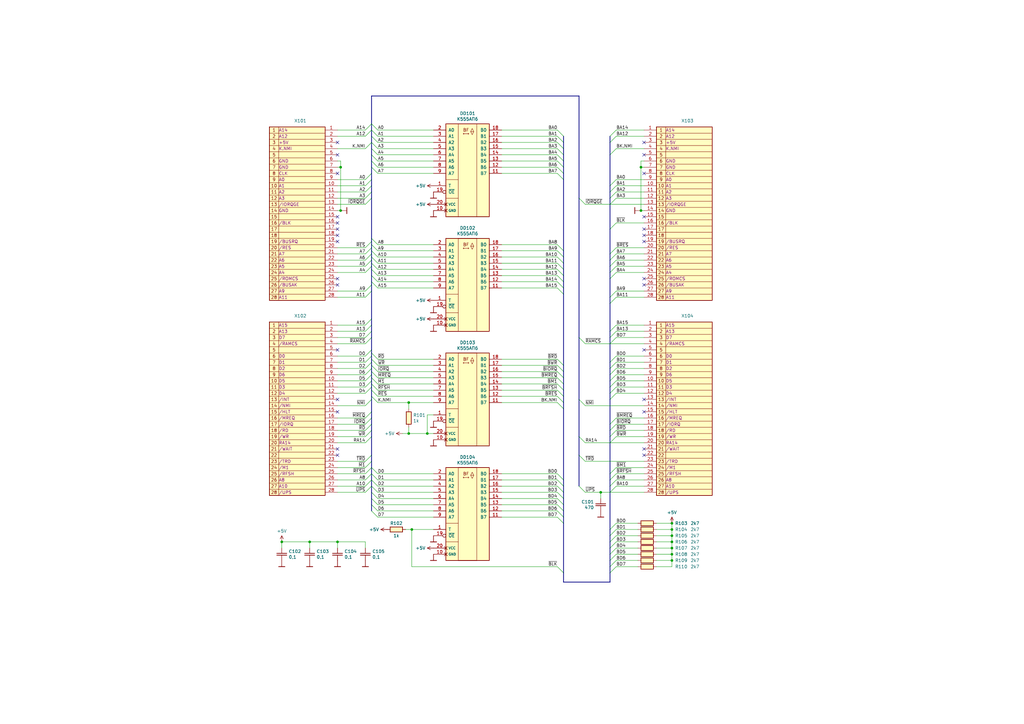
<source format=kicad_sch>
(kicad_sch (version 20230121) (generator eeschema)
  (paper "A3")
  (title_block (title "Quorum Disk Drive Buffer") (date "2020-01-22") (comment 1 "Quorum Disk Drive Buffer"))
  (junction (at 139.7 68.58))
  (junction (at 139.7 86.36))
  (junction (at 138.43 222.25))
  (junction (at 115.57 222.25))
  (junction (at 167.64 177.8))
  (junction (at 168.91 217.17))
  (junction (at 275.59 222.25))
  (junction (at 175.26 177.8))
  (junction (at 275.59 217.17))
  (junction (at 167.64 165.1))
  (junction (at 275.59 224.79))
  (junction (at 246.38 201.93))
  (junction (at 275.59 214.63))
  (junction (at 275.59 227.33))
  (junction (at 275.59 229.87))
  (junction (at 275.59 219.71))
  (junction (at 262.89 86.36))
  (junction (at 262.89 68.58))
  (junction (at 127 222.25))
  (no_connect (at 138.43 58.42))
  (no_connect (at 138.43 96.52))
  (no_connect (at 264.16 71.12))
  (no_connect (at 264.16 99.06))
  (no_connect (at 138.43 71.12))
  (no_connect (at 264.16 114.3))
  (no_connect (at 264.16 186.69))
  (no_connect (at 264.16 58.42))
  (no_connect (at 138.43 63.5))
  (no_connect (at 138.43 91.44))
  (no_connect (at 264.16 168.91))
  (no_connect (at 264.16 96.52))
  (no_connect (at 138.43 168.91))
  (no_connect (at 264.16 63.5))
  (no_connect (at 264.16 88.9))
  (no_connect (at 138.43 99.06))
  (no_connect (at 138.43 88.9))
  (no_connect (at 138.43 163.83))
  (no_connect (at 138.43 186.69))
  (no_connect (at 264.16 184.15))
  (no_connect (at 138.43 114.3))
  (no_connect (at 264.16 93.98))
  (no_connect (at 138.43 143.51))
  (no_connect (at 264.16 116.84))
  (no_connect (at 138.43 93.98))
  (no_connect (at 264.16 143.51))
  (no_connect (at 138.43 184.15))
  (no_connect (at 264.16 163.83))
  (no_connect (at 138.43 116.84))
  (bus_entry (at 252.73 76.2) (size -2.54 2.54))
  (bus_entry (at 252.73 91.44) (size -2.54 2.54))
  (bus_entry (at 237.49 179.07) (size 2.54 2.54))
  (bus_entry (at 152.4 143.51) (size -2.54 2.54))
  (bus_entry (at 228.6 207.01) (size 2.54 2.54))
  (bus_entry (at 152.4 135.89) (size -2.54 2.54))
  (bus_entry (at 228.6 118.11) (size 2.54 2.54))
  (bus_entry (at 152.4 173.99) (size -2.54 2.54))
  (bus_entry (at 152.4 55.88) (size 2.54 2.54))
  (bus_entry (at 152.4 148.59) (size -2.54 2.54))
  (bus_entry (at 237.49 138.43) (size 2.54 2.54))
  (bus_entry (at 252.73 191.77) (size -2.54 2.54))
  (bus_entry (at 252.73 78.74) (size -2.54 2.54))
  (bus_entry (at 228.6 154.94) (size 2.54 2.54))
  (bus_entry (at 152.4 104.14) (size -2.54 2.54))
  (bus_entry (at 228.6 212.09) (size 2.54 2.54))
  (bus_entry (at 152.4 119.38) (size -2.54 2.54))
  (bus_entry (at 152.4 106.68) (size -2.54 2.54))
  (bus_entry (at 228.6 68.58) (size 2.54 2.54))
  (bus_entry (at 152.4 63.5) (size 2.54 2.54))
  (bus_entry (at 252.73 148.59) (size -2.54 2.54))
  (bus_entry (at 152.4 107.95) (size 2.54 2.54))
  (bus_entry (at 152.4 58.42) (size 2.54 2.54))
  (bus_entry (at 228.6 66.04) (size 2.54 2.54))
  (bus_entry (at 252.73 119.38) (size -2.54 2.54))
  (bus_entry (at 228.6 162.56) (size 2.54 2.54))
  (bus_entry (at 252.73 151.13) (size -2.54 2.54))
  (bus_entry (at 228.6 110.49) (size 2.54 2.54))
  (bus_entry (at 152.4 71.12) (size -2.54 2.54))
  (bus_entry (at 228.6 204.47) (size 2.54 2.54))
  (bus_entry (at 152.4 115.57) (size 2.54 2.54))
  (bus_entry (at 252.73 111.76) (size -2.54 2.54))
  (bus_entry (at 152.4 194.31) (size 2.54 2.54))
  (bus_entry (at 228.6 157.48) (size 2.54 2.54))
  (bus_entry (at 252.73 194.31) (size -2.54 2.54))
  (bus_entry (at 237.49 81.28) (size 2.54 2.54))
  (bus_entry (at 152.4 102.87) (size 2.54 2.54))
  (bus_entry (at 228.6 71.12) (size 2.54 2.54))
  (bus_entry (at 152.4 152.4) (size 2.54 2.54))
  (bus_entry (at 228.6 55.88) (size 2.54 2.54))
  (bus_entry (at 152.4 207.01) (size 2.54 2.54))
  (bus_entry (at 252.73 171.45) (size -2.54 2.54))
  (bus_entry (at 152.4 60.96) (size 2.54 2.54))
  (bus_entry (at 252.73 199.39) (size -2.54 2.54))
  (bus_entry (at 152.4 68.58) (size 2.54 2.54))
  (bus_entry (at 152.4 110.49) (size 2.54 2.54))
  (bus_entry (at 152.4 146.05) (size -2.54 2.54))
  (bus_entry (at 152.4 116.84) (size -2.54 2.54))
  (bus_entry (at 152.4 151.13) (size -2.54 2.54))
  (bus_entry (at 228.6 105.41) (size 2.54 2.54))
  (bus_entry (at 152.4 78.74) (size -2.54 2.54))
  (bus_entry (at 152.4 58.42) (size -2.54 2.54))
  (bus_entry (at 252.73 232.41) (size -2.54 2.54))
  (bus_entry (at 228.6 147.32) (size 2.54 2.54))
  (bus_entry (at 252.73 81.28) (size -2.54 2.54))
  (bus_entry (at 252.73 121.92) (size -2.54 2.54))
  (bus_entry (at 152.4 189.23) (size -2.54 2.54))
  (bus_entry (at 152.4 144.78) (size 2.54 2.54))
  (bus_entry (at 252.73 109.22) (size -2.54 2.54))
  (bus_entry (at 252.73 224.79) (size -2.54 2.54))
  (bus_entry (at 152.4 138.43) (size -2.54 2.54))
  (bus_entry (at 252.73 227.33) (size -2.54 2.54))
  (bus_entry (at 252.73 173.99) (size -2.54 2.54))
  (bus_entry (at 228.6 107.95) (size 2.54 2.54))
  (bus_entry (at 152.4 100.33) (size 2.54 2.54))
  (bus_entry (at 228.6 115.57) (size 2.54 2.54))
  (bus_entry (at 252.73 138.43) (size -2.54 2.54))
  (bus_entry (at 152.4 154.94) (size 2.54 2.54))
  (bus_entry (at 152.4 158.75) (size -2.54 2.54))
  (bus_entry (at 152.4 168.91) (size -2.54 2.54))
  (bus_entry (at 152.4 171.45) (size -2.54 2.54))
  (bus_entry (at 228.6 100.33) (size 2.54 2.54))
  (bus_entry (at 228.6 160.02) (size 2.54 2.54))
  (bus_entry (at 152.4 194.31) (size -2.54 2.54))
  (bus_entry (at 252.73 196.85) (size -2.54 2.54))
  (bus_entry (at 228.6 149.86) (size 2.54 2.54))
  (bus_entry (at 252.73 179.07) (size -2.54 2.54))
  (bus_entry (at 228.6 194.31) (size 2.54 2.54))
  (bus_entry (at 152.4 76.2) (size -2.54 2.54))
  (bus_entry (at 152.4 149.86) (size 2.54 2.54))
  (bus_entry (at 152.4 113.03) (size 2.54 2.54))
  (bus_entry (at 152.4 53.34) (size 2.54 2.54))
  (bus_entry (at 152.4 105.41) (size 2.54 2.54))
  (bus_entry (at 152.4 160.02) (size 2.54 2.54))
  (bus_entry (at 252.73 146.05) (size -2.54 2.54))
  (bus_entry (at 252.73 176.53) (size -2.54 2.54))
  (bus_entry (at 252.73 158.75) (size -2.54 2.54))
  (bus_entry (at 252.73 55.88) (size -2.54 2.54))
  (bus_entry (at 152.4 157.48) (size 2.54 2.54))
  (bus_entry (at 252.73 53.34) (size -2.54 2.54))
  (bus_entry (at 252.73 104.14) (size -2.54 2.54))
  (bus_entry (at 228.6 60.96) (size 2.54 2.54))
  (bus_entry (at 152.4 209.55) (size 2.54 2.54))
  (bus_entry (at 237.49 199.39) (size 2.54 2.54))
  (bus_entry (at 252.73 73.66) (size -2.54 2.54))
  (bus_entry (at 228.6 199.39) (size 2.54 2.54))
  (bus_entry (at 152.4 50.8) (size -2.54 2.54))
  (bus_entry (at 252.73 229.87) (size -2.54 2.54))
  (bus_entry (at 237.49 186.69) (size 2.54 2.54))
  (bus_entry (at 228.6 201.93) (size 2.54 2.54))
  (bus_entry (at 252.73 222.25) (size -2.54 2.54))
  (bus_entry (at 252.73 217.17) (size -2.54 2.54))
  (bus_entry (at 152.4 53.34) (size -2.54 2.54))
  (bus_entry (at 228.6 209.55) (size 2.54 2.54))
  (bus_entry (at 152.4 130.81) (size -2.54 2.54))
  (bus_entry (at 252.73 219.71) (size -2.54 2.54))
  (bus_entry (at 252.73 214.63) (size -2.54 2.54))
  (bus_entry (at 152.4 196.85) (size -2.54 2.54))
  (bus_entry (at 152.4 176.53) (size -2.54 2.54))
  (bus_entry (at 152.4 81.28) (size -2.54 2.54))
  (bus_entry (at 152.4 66.04) (size 2.54 2.54))
  (bus_entry (at 252.73 106.68) (size -2.54 2.54))
  (bus_entry (at 152.4 97.79) (size 2.54 2.54))
  (bus_entry (at 152.4 99.06) (size -2.54 2.54))
  (bus_entry (at 152.4 163.83) (size -2.54 2.54))
  (bus_entry (at 152.4 204.47) (size 2.54 2.54))
  (bus_entry (at 152.4 191.77) (size -2.54 2.54))
  (bus_entry (at 152.4 133.35) (size -2.54 2.54))
  (bus_entry (at 152.4 179.07) (size -2.54 2.54))
  (bus_entry (at 228.6 232.41) (size 2.54 2.54))
  (bus_entry (at 237.49 163.83) (size 2.54 2.54))
  (bus_entry (at 252.73 135.89) (size -2.54 2.54))
  (bus_entry (at 152.4 73.66) (size -2.54 2.54))
  (bus_entry (at 252.73 60.96) (size -2.54 2.54))
  (bus_entry (at 152.4 162.56) (size 2.54 2.54))
  (bus_entry (at 152.4 109.22) (size -2.54 2.54))
  (bus_entry (at 152.4 153.67) (size -2.54 2.54))
  (bus_entry (at 152.4 199.39) (size 2.54 2.54))
  (bus_entry (at 228.6 196.85) (size 2.54 2.54))
  (bus_entry (at 252.73 133.35) (size -2.54 2.54))
  (bus_entry (at 228.6 58.42) (size 2.54 2.54))
  (bus_entry (at 252.73 156.21) (size -2.54 2.54))
  (bus_entry (at 228.6 53.34) (size 2.54 2.54))
  (bus_entry (at 252.73 161.29) (size -2.54 2.54))
  (bus_entry (at 228.6 165.1) (size 2.54 2.54))
  (bus_entry (at 152.4 156.21) (size -2.54 2.54))
  (bus_entry (at 228.6 152.4) (size 2.54 2.54))
  (bus_entry (at 152.4 201.93) (size 2.54 2.54))
  (bus_entry (at 152.4 186.69) (size -2.54 2.54))
  (bus_entry (at 228.6 113.03) (size 2.54 2.54))
  (bus_entry (at 252.73 153.67) (size -2.54 2.54))
  (bus_entry (at 228.6 102.87) (size 2.54 2.54))
  (bus_entry (at 228.6 63.5) (size 2.54 2.54))
  (bus_entry (at 152.4 147.32) (size 2.54 2.54))
  (bus_entry (at 152.4 199.39) (size -2.54 2.54))
  (bus_entry (at 252.73 101.6) (size -2.54 2.54))
  (bus_entry (at 152.4 191.77) (size 2.54 2.54))
  (bus_entry (at 152.4 196.85) (size 2.54 2.54))
  (bus_entry (at 152.4 50.8) (size 2.54 2.54))
  (bus_entry (at 152.4 101.6) (size -2.54 2.54))
  (bus (pts (xy 152.4 152.4) (xy 152.4 153.67)))
  (wire (pts (xy 205.74 100.33) (xy 228.6 100.33)))
  (bus (pts (xy 152.4 162.56) (xy 152.4 163.83)))
  (bus (pts (xy 152.4 160.02) (xy 152.4 162.56)))
  (bus (pts (xy 250.19 224.79) (xy 250.19 227.33)))
  (wire (pts (xy 149.86 78.74) (xy 138.43 78.74)))
  (wire (pts (xy 139.7 68.58) (xy 139.7 86.36)))
  (wire (pts (xy 252.73 138.43) (xy 264.16 138.43)))
  (wire (pts (xy 167.64 165.1) (xy 177.8 165.1)))
  (bus (pts (xy 231.14 55.88) (xy 231.14 58.42)))
  (bus (pts (xy 250.19 232.41) (xy 250.19 234.95)))
  (wire (pts (xy 205.74 149.86) (xy 228.6 149.86)))
  (wire (pts (xy 205.74 58.42) (xy 228.6 58.42)))
  (wire (pts (xy 138.43 66.04) (xy 139.7 66.04)))
  (bus (pts (xy 152.4 135.89) (xy 152.4 138.43)))
  (bus (pts (xy 250.19 173.99) (xy 250.19 176.53)))
  (wire (pts (xy 205.74 55.88) (xy 228.6 55.88)))
  (wire (pts (xy 154.94 209.55) (xy 177.8 209.55)))
  (bus (pts (xy 152.4 204.47) (xy 152.4 207.01)))
  (wire (pts (xy 205.74 115.57) (xy 228.6 115.57)))
  (bus (pts (xy 231.14 68.58) (xy 231.14 71.12)))
  (bus (pts (xy 152.4 158.75) (xy 152.4 160.02)))
  (wire (pts (xy 262.89 68.58) (xy 262.89 86.36)))
  (bus (pts (xy 152.4 133.35) (xy 152.4 135.89)))
  (bus (pts (xy 231.14 154.94) (xy 231.14 157.48)))
  (bus (pts (xy 152.4 116.84) (xy 152.4 119.38)))
  (bus (pts (xy 231.14 204.47) (xy 231.14 207.01)))
  (wire (pts (xy 205.74 107.95) (xy 228.6 107.95)))
  (bus (pts (xy 237.49 179.07) (xy 237.49 186.69)))
  (bus (pts (xy 152.4 196.85) (xy 152.4 199.39)))
  (bus (pts (xy 250.19 194.31) (xy 250.19 196.85)))
  (wire (pts (xy 275.59 227.33) (xy 269.24 227.33)))
  (bus (pts (xy 152.4 60.96) (xy 152.4 63.5)))
  (bus (pts (xy 250.19 227.33) (xy 250.19 229.87)))
  (wire (pts (xy 261.62 227.33) (xy 252.73 227.33)))
  (wire (pts (xy 252.73 119.38) (xy 264.16 119.38)))
  (bus (pts (xy 152.4 148.59) (xy 152.4 149.86)))
  (wire (pts (xy 149.86 173.99) (xy 138.43 173.99)))
  (wire (pts (xy 252.73 151.13) (xy 264.16 151.13)))
  (bus (pts (xy 250.19 78.74) (xy 250.19 81.28)))
  (wire (pts (xy 149.86 119.38) (xy 138.43 119.38)))
  (wire (pts (xy 149.86 104.14) (xy 138.43 104.14)))
  (bus (pts (xy 250.19 93.98) (xy 250.19 104.14)))
  (wire (pts (xy 154.94 147.32) (xy 177.8 147.32)))
  (wire (pts (xy 252.73 171.45) (xy 264.16 171.45)))
  (wire (pts (xy 205.74 207.01) (xy 228.6 207.01)))
  (bus (pts (xy 231.14 66.04) (xy 231.14 68.58)))
  (bus (pts (xy 152.4 163.83) (xy 152.4 168.91)))
  (wire (pts (xy 149.86 161.29) (xy 138.43 161.29)))
  (wire (pts (xy 167.64 167.64) (xy 167.64 165.1)))
  (wire (pts (xy 149.86 140.97) (xy 138.43 140.97)))
  (bus (pts (xy 250.19 161.29) (xy 250.19 163.83)))
  (bus (pts (xy 231.14 113.03) (xy 231.14 115.57)))
  (wire (pts (xy 167.64 175.26) (xy 167.64 177.8)))
  (wire (pts (xy 154.94 165.1) (xy 167.64 165.1)))
  (wire (pts (xy 154.94 107.95) (xy 177.8 107.95)))
  (wire (pts (xy 115.57 222.25) (xy 127 222.25)))
  (bus (pts (xy 152.4 68.58) (xy 152.4 71.12)))
  (bus (pts (xy 250.19 138.43) (xy 250.19 140.97)))
  (wire (pts (xy 149.86 194.31) (xy 138.43 194.31)))
  (wire (pts (xy 154.94 118.11) (xy 177.8 118.11)))
  (bus (pts (xy 250.19 176.53) (xy 250.19 179.07)))
  (wire (pts (xy 252.73 199.39) (xy 264.16 199.39)))
  (wire (pts (xy 262.89 68.58) (xy 264.16 68.58)))
  (wire (pts (xy 205.74 71.12) (xy 228.6 71.12)))
  (wire (pts (xy 205.74 196.85) (xy 228.6 196.85)))
  (wire (pts (xy 205.74 68.58) (xy 228.6 68.58)))
  (bus (pts (xy 237.49 39.37) (xy 237.49 81.28)))
  (wire (pts (xy 252.73 111.76) (xy 264.16 111.76)))
  (wire (pts (xy 275.59 229.87) (xy 275.59 227.33)))
  (bus (pts (xy 250.19 83.82) (xy 250.19 93.98)))
  (wire (pts (xy 252.73 148.59) (xy 264.16 148.59)))
  (wire (pts (xy 175.26 170.18) (xy 175.26 177.8)))
  (wire (pts (xy 252.73 53.34) (xy 264.16 53.34)))
  (wire (pts (xy 149.86 111.76) (xy 138.43 111.76)))
  (wire (pts (xy 149.86 224.79) (xy 149.86 222.25)))
  (wire (pts (xy 149.86 158.75) (xy 138.43 158.75)))
  (wire (pts (xy 138.43 222.25) (xy 149.86 222.25)))
  (wire (pts (xy 154.94 157.48) (xy 177.8 157.48)))
  (wire (pts (xy 149.86 73.66) (xy 138.43 73.66)))
  (wire (pts (xy 149.86 151.13) (xy 138.43 151.13)))
  (wire (pts (xy 252.73 179.07) (xy 264.16 179.07)))
  (wire (pts (xy 149.86 156.21) (xy 138.43 156.21)))
  (bus (pts (xy 231.14 196.85) (xy 231.14 199.39)))
  (wire (pts (xy 205.74 165.1) (xy 228.6 165.1)))
  (bus (pts (xy 250.19 222.25) (xy 250.19 224.79)))
  (wire (pts (xy 205.74 199.39) (xy 228.6 199.39)))
  (bus (pts (xy 231.14 71.12) (xy 231.14 73.66)))
  (bus (pts (xy 231.14 149.86) (xy 231.14 152.4)))
  (bus (pts (xy 250.19 181.61) (xy 250.19 194.31)))
  (wire (pts (xy 154.94 60.96) (xy 177.8 60.96)))
  (bus (pts (xy 250.19 121.92) (xy 250.19 124.46)))
  (wire (pts (xy 149.86 176.53) (xy 138.43 176.53)))
  (wire (pts (xy 205.74 53.34) (xy 228.6 53.34)))
  (wire (pts (xy 252.73 176.53) (xy 264.16 176.53)))
  (wire (pts (xy 154.94 199.39) (xy 177.8 199.39)))
  (bus (pts (xy 231.14 160.02) (xy 231.14 162.56)))
  (wire (pts (xy 127 222.25) (xy 138.43 222.25)))
  (wire (pts (xy 154.94 53.34) (xy 177.8 53.34)))
  (wire (pts (xy 154.94 71.12) (xy 177.8 71.12)))
  (bus (pts (xy 231.14 118.11) (xy 231.14 120.65)))
  (bus (pts (xy 231.14 209.55) (xy 231.14 212.09)))
  (wire (pts (xy 275.59 224.79) (xy 269.24 224.79)))
  (wire (pts (xy 168.91 232.41) (xy 228.6 232.41)))
  (bus (pts (xy 231.14 234.95) (xy 231.14 238.76)))
  (wire (pts (xy 252.73 81.28) (xy 264.16 81.28)))
  (wire (pts (xy 149.86 179.07) (xy 138.43 179.07)))
  (bus (pts (xy 152.4 207.01) (xy 152.4 209.55)))
  (wire (pts (xy 205.74 60.96) (xy 228.6 60.96)))
  (wire (pts (xy 154.94 152.4) (xy 177.8 152.4)))
  (wire (pts (xy 275.59 229.87) (xy 269.24 229.87)))
  (bus (pts (xy 152.4 107.95) (xy 152.4 109.22)))
  (wire (pts (xy 154.94 55.88) (xy 177.8 55.88)))
  (wire (pts (xy 205.74 105.41) (xy 228.6 105.41)))
  (bus (pts (xy 152.4 146.05) (xy 152.4 147.32)))
  (bus (pts (xy 231.14 165.1) (xy 231.14 167.64)))
  (bus (pts (xy 250.19 201.93) (xy 250.19 217.17)))
  (bus (pts (xy 152.4 102.87) (xy 152.4 104.14)))
  (wire (pts (xy 240.03 201.93) (xy 246.38 201.93)))
  (wire (pts (xy 262.89 86.36) (xy 264.16 86.36)))
  (wire (pts (xy 168.91 217.17) (xy 168.91 232.41)))
  (wire (pts (xy 139.7 68.58) (xy 138.43 68.58)))
  (wire (pts (xy 252.73 146.05) (xy 264.16 146.05)))
  (wire (pts (xy 252.73 109.22) (xy 264.16 109.22)))
  (wire (pts (xy 154.94 196.85) (xy 177.8 196.85)))
  (wire (pts (xy 154.94 110.49) (xy 177.8 110.49)))
  (bus (pts (xy 231.14 212.09) (xy 231.14 214.63)))
  (wire (pts (xy 252.73 191.77) (xy 264.16 191.77)))
  (wire (pts (xy 252.73 76.2) (xy 264.16 76.2)))
  (bus (pts (xy 152.4 154.94) (xy 152.4 156.21)))
  (bus (pts (xy 152.4 113.03) (xy 152.4 115.57)))
  (wire (pts (xy 261.62 229.87) (xy 252.73 229.87)))
  (wire (pts (xy 154.94 68.58) (xy 177.8 68.58)))
  (bus (pts (xy 152.4 101.6) (xy 152.4 102.87)))
  (bus (pts (xy 237.49 81.28) (xy 237.49 138.43)))
  (bus (pts (xy 152.4 73.66) (xy 152.4 76.2)))
  (wire (pts (xy 149.86 53.34) (xy 138.43 53.34)))
  (bus (pts (xy 231.14 63.5) (xy 231.14 66.04)))
  (wire (pts (xy 205.74 157.48) (xy 228.6 157.48)))
  (bus (pts (xy 152.4 66.04) (xy 152.4 68.58)))
  (wire (pts (xy 240.03 83.82) (xy 250.19 83.82)))
  (wire (pts (xy 240.03 189.23) (xy 264.16 189.23)))
  (wire (pts (xy 240.03 140.97) (xy 250.19 140.97)))
  (wire (pts (xy 139.7 66.04) (xy 139.7 68.58)))
  (wire (pts (xy 149.86 76.2) (xy 138.43 76.2)))
  (bus (pts (xy 231.14 110.49) (xy 231.14 113.03)))
  (bus (pts (xy 250.19 114.3) (xy 250.19 121.92)))
  (bus (pts (xy 152.4 151.13) (xy 152.4 152.4)))
  (bus (pts (xy 250.19 106.68) (xy 250.19 109.22)))
  (bus (pts (xy 152.4 186.69) (xy 152.4 189.23)))
  (wire (pts (xy 261.62 222.25) (xy 252.73 222.25)))
  (wire (pts (xy 149.86 135.89) (xy 138.43 135.89)))
  (wire (pts (xy 149.86 101.6) (xy 138.43 101.6)))
  (wire (pts (xy 165.1 177.8) (xy 167.64 177.8)))
  (bus (pts (xy 152.4 201.93) (xy 152.4 204.47)))
  (bus (pts (xy 250.19 135.89) (xy 250.19 138.43)))
  (bus (pts (xy 250.19 55.88) (xy 250.19 58.42)))
  (wire (pts (xy 154.94 100.33) (xy 177.8 100.33)))
  (wire (pts (xy 252.73 91.44) (xy 264.16 91.44)))
  (wire (pts (xy 154.94 162.56) (xy 177.8 162.56)))
  (bus (pts (xy 250.19 140.97) (xy 250.19 148.59)))
  (bus (pts (xy 152.4 157.48) (xy 152.4 158.75)))
  (bus (pts (xy 250.19 234.95) (xy 250.19 238.76)))
  (wire (pts (xy 154.94 58.42) (xy 177.8 58.42)))
  (wire (pts (xy 250.19 201.93) (xy 264.16 201.93)))
  (bus (pts (xy 250.19 124.46) (xy 250.19 135.89)))
  (wire (pts (xy 205.74 110.49) (xy 228.6 110.49)))
  (wire (pts (xy 149.86 55.88) (xy 138.43 55.88)))
  (wire (pts (xy 127 224.79) (xy 127 222.25)))
  (bus (pts (xy 152.4 105.41) (xy 152.4 106.68)))
  (wire (pts (xy 264.16 66.04) (xy 262.89 66.04)))
  (bus (pts (xy 231.14 152.4) (xy 231.14 154.94)))
  (wire (pts (xy 139.7 86.36) (xy 138.43 86.36)))
  (wire (pts (xy 205.74 212.09) (xy 228.6 212.09)))
  (wire (pts (xy 149.86 81.28) (xy 138.43 81.28)))
  (bus (pts (xy 152.4 109.22) (xy 152.4 110.49)))
  (wire (pts (xy 275.59 222.25) (xy 275.59 219.71)))
  (bus (pts (xy 152.4 199.39) (xy 152.4 201.93)))
  (wire (pts (xy 205.74 154.94) (xy 228.6 154.94)))
  (wire (pts (xy 252.73 173.99) (xy 264.16 173.99)))
  (wire (pts (xy 205.74 209.55) (xy 228.6 209.55)))
  (wire (pts (xy 154.94 105.41) (xy 177.8 105.41)))
  (bus (pts (xy 231.14 199.39) (xy 231.14 201.93)))
  (wire (pts (xy 154.94 154.94) (xy 177.8 154.94)))
  (wire (pts (xy 261.62 217.17) (xy 252.73 217.17)))
  (bus (pts (xy 152.4 99.06) (xy 152.4 100.33)))
  (bus (pts (xy 231.14 207.01) (xy 231.14 209.55)))
  (wire (pts (xy 252.73 156.21) (xy 264.16 156.21)))
  (wire (pts (xy 205.74 113.03) (xy 228.6 113.03)))
  (wire (pts (xy 240.03 166.37) (xy 264.16 166.37)))
  (wire (pts (xy 149.86 109.22) (xy 138.43 109.22)))
  (bus (pts (xy 152.4 50.8) (xy 152.4 53.34)))
  (wire (pts (xy 275.59 232.41) (xy 269.24 232.41)))
  (wire (pts (xy 252.73 104.14) (xy 264.16 104.14)))
  (bus (pts (xy 231.14 102.87) (xy 231.14 105.41)))
  (bus (pts (xy 152.4 179.07) (xy 152.4 186.69)))
  (wire (pts (xy 205.74 152.4) (xy 228.6 152.4)))
  (wire (pts (xy 252.73 55.88) (xy 264.16 55.88)))
  (wire (pts (xy 252.73 158.75) (xy 264.16 158.75)))
  (wire (pts (xy 149.86 181.61) (xy 138.43 181.61)))
  (wire (pts (xy 149.86 166.37) (xy 138.43 166.37)))
  (bus (pts (xy 231.14 105.41) (xy 231.14 107.95)))
  (wire (pts (xy 275.59 229.87) (xy 275.59 232.41)))
  (bus (pts (xy 250.19 104.14) (xy 250.19 106.68)))
  (bus (pts (xy 250.19 217.17) (xy 250.19 219.71)))
  (wire (pts (xy 154.94 204.47) (xy 177.8 204.47)))
  (wire (pts (xy 275.59 217.17) (xy 275.59 214.63)))
  (bus (pts (xy 152.4 143.51) (xy 152.4 144.78)))
  (bus (pts (xy 231.14 115.57) (xy 231.14 118.11)))
  (bus (pts (xy 231.14 107.95) (xy 231.14 110.49)))
  (wire (pts (xy 275.59 219.71) (xy 275.59 217.17)))
  (wire (pts (xy 252.73 121.92) (xy 264.16 121.92)))
  (wire (pts (xy 149.86 106.68) (xy 138.43 106.68)))
  (bus (pts (xy 152.4 168.91) (xy 152.4 171.45)))
  (bus (pts (xy 250.19 196.85) (xy 250.19 199.39)))
  (wire (pts (xy 154.94 207.01) (xy 177.8 207.01)))
  (bus (pts (xy 152.4 100.33) (xy 152.4 101.6)))
  (wire (pts (xy 252.73 135.89) (xy 264.16 135.89)))
  (bus (pts (xy 152.4 78.74) (xy 152.4 81.28)))
  (wire (pts (xy 154.94 102.87) (xy 177.8 102.87)))
  (bus (pts (xy 152.4 156.21) (xy 152.4 157.48)))
  (wire (pts (xy 149.86 201.93) (xy 138.43 201.93)))
  (wire (pts (xy 261.62 232.41) (xy 252.73 232.41)))
  (bus (pts (xy 152.4 138.43) (xy 152.4 143.51)))
  (wire (pts (xy 149.86 196.85) (xy 138.43 196.85)))
  (bus (pts (xy 231.14 238.76) (xy 250.19 238.76)))
  (bus (pts (xy 237.49 163.83) (xy 237.49 179.07)))
  (bus (pts (xy 152.4 71.12) (xy 152.4 73.66)))
  (wire (pts (xy 149.86 138.43) (xy 138.43 138.43)))
  (wire (pts (xy 205.74 118.11) (xy 228.6 118.11)))
  (wire (pts (xy 261.62 219.71) (xy 252.73 219.71)))
  (wire (pts (xy 261.62 224.79) (xy 252.73 224.79)))
  (wire (pts (xy 205.74 201.93) (xy 228.6 201.93)))
  (bus (pts (xy 152.4 130.81) (xy 152.4 133.35)))
  (bus (pts (xy 250.19 179.07) (xy 250.19 181.61)))
  (wire (pts (xy 250.19 140.97) (xy 264.16 140.97)))
  (bus (pts (xy 152.4 191.77) (xy 152.4 194.31)))
  (wire (pts (xy 149.86 133.35) (xy 138.43 133.35)))
  (wire (pts (xy 154.94 212.09) (xy 177.8 212.09)))
  (bus (pts (xy 237.49 186.69) (xy 237.49 199.39)))
  (bus (pts (xy 152.4 97.79) (xy 152.4 99.06)))
  (bus (pts (xy 152.4 76.2) (xy 152.4 78.74)))
  (wire (pts (xy 261.62 214.63) (xy 252.73 214.63)))
  (bus (pts (xy 152.4 147.32) (xy 152.4 148.59)))
  (bus (pts (xy 231.14 167.64) (xy 231.14 196.85)))
  (wire (pts (xy 177.8 170.18) (xy 175.26 170.18)))
  (wire (pts (xy 252.73 133.35) (xy 264.16 133.35)))
  (bus (pts (xy 250.19 219.71) (xy 250.19 222.25)))
  (bus (pts (xy 250.19 63.5) (xy 250.19 76.2)))
  (bus (pts (xy 152.4 173.99) (xy 152.4 176.53)))
  (bus (pts (xy 250.19 156.21) (xy 250.19 158.75)))
  (bus (pts (xy 152.4 58.42) (xy 152.4 60.96)))
  (wire (pts (xy 262.89 66.04) (xy 262.89 68.58)))
  (wire (pts (xy 149.86 191.77) (xy 138.43 191.77)))
  (bus (pts (xy 152.4 176.53) (xy 152.4 179.07)))
  (bus (pts (xy 231.14 162.56) (xy 231.14 165.1)))
  (bus (pts (xy 152.4 149.86) (xy 152.4 151.13)))
  (wire (pts (xy 275.59 227.33) (xy 275.59 224.79)))
  (bus (pts (xy 152.4 55.88) (xy 152.4 58.42)))
  (bus (pts (xy 152.4 106.68) (xy 152.4 107.95)))
  (bus (pts (xy 250.19 109.22) (xy 250.19 111.76)))
  (bus (pts (xy 152.4 39.37) (xy 152.4 50.8)))
  (wire (pts (xy 250.19 83.82) (xy 264.16 83.82)))
  (wire (pts (xy 149.86 153.67) (xy 138.43 153.67)))
  (wire (pts (xy 154.94 160.02) (xy 177.8 160.02)))
  (wire (pts (xy 205.74 194.31) (xy 228.6 194.31)))
  (bus (pts (xy 152.4 53.34) (xy 152.4 55.88)))
  (bus (pts (xy 231.14 157.48) (xy 231.14 160.02)))
  (wire (pts (xy 205.74 102.87) (xy 228.6 102.87)))
  (wire (pts (xy 252.73 60.96) (xy 264.16 60.96)))
  (wire (pts (xy 149.86 83.82) (xy 138.43 83.82)))
  (wire (pts (xy 138.43 224.79) (xy 138.43 222.25)))
  (wire (pts (xy 149.86 146.05) (xy 138.43 146.05)))
  (wire (pts (xy 149.86 148.59) (xy 138.43 148.59)))
  (wire (pts (xy 252.73 196.85) (xy 264.16 196.85)))
  (wire (pts (xy 205.74 63.5) (xy 228.6 63.5)))
  (bus (pts (xy 152.4 189.23) (xy 152.4 191.77)))
  (wire (pts (xy 275.59 217.17) (xy 269.24 217.17)))
  (bus (pts (xy 231.14 58.42) (xy 231.14 60.96)))
  (wire (pts (xy 205.74 147.32) (xy 228.6 147.32)))
  (wire (pts (xy 252.73 161.29) (xy 264.16 161.29)))
  (bus (pts (xy 231.14 120.65) (xy 231.14 149.86)))
  (wire (pts (xy 252.73 106.68) (xy 264.16 106.68)))
  (bus (pts (xy 237.49 138.43) (xy 237.49 163.83)))
  (bus (pts (xy 250.19 158.75) (xy 250.19 161.29)))
  (wire (pts (xy 275.59 222.25) (xy 269.24 222.25)))
  (bus (pts (xy 250.19 163.83) (xy 250.19 173.99)))
  (bus (pts (xy 152.4 104.14) (xy 152.4 105.41)))
  (wire (pts (xy 275.59 219.71) (xy 269.24 219.71)))
  (wire (pts (xy 205.74 160.02) (xy 228.6 160.02)))
  (bus (pts (xy 152.4 63.5) (xy 152.4 66.04)))
  (wire (pts (xy 154.94 194.31) (xy 177.8 194.31)))
  (wire (pts (xy 205.74 162.56) (xy 228.6 162.56)))
  (wire (pts (xy 275.59 214.63) (xy 269.24 214.63)))
  (bus (pts (xy 231.14 214.63) (xy 231.14 234.95)))
  (bus (pts (xy 152.4 144.78) (xy 152.4 146.05)))
  (wire (pts (xy 275.59 224.79) (xy 275.59 222.25)))
  (wire (pts (xy 252.73 101.6) (xy 264.16 101.6)))
  (bus (pts (xy 152.4 119.38) (xy 152.4 130.81)))
  (wire (pts (xy 252.73 78.74) (xy 264.16 78.74)))
  (bus (pts (xy 152.4 171.45) (xy 152.4 173.99)))
  (wire (pts (xy 205.74 204.47) (xy 228.6 204.47)))
  (bus (pts (xy 152.4 81.28) (xy 152.4 97.79)))
  (bus (pts (xy 231.14 201.93) (xy 231.14 204.47)))
  (bus (pts (xy 250.19 111.76) (xy 250.19 114.3)))
  (bus (pts (xy 231.14 73.66) (xy 231.14 102.87)))
  (wire (pts (xy 167.64 177.8) (xy 175.26 177.8)))
  (bus (pts (xy 152.4 153.67) (xy 152.4 154.94)))
  (wire (pts (xy 252.73 194.31) (xy 264.16 194.31)))
  (wire (pts (xy 246.38 201.93) (xy 250.19 201.93)))
  (wire (pts (xy 154.94 115.57) (xy 177.8 115.57)))
  (bus (pts (xy 250.19 229.87) (xy 250.19 232.41)))
  (bus (pts (xy 152.4 115.57) (xy 152.4 116.84)))
  (wire (pts (xy 252.73 73.66) (xy 264.16 73.66)))
  (wire (pts (xy 246.38 204.47) (xy 246.38 201.93)))
  (bus (pts (xy 250.19 151.13) (xy 250.19 153.67)))
  (bus (pts (xy 231.14 60.96) (xy 231.14 63.5)))
  (bus (pts (xy 250.19 76.2) (xy 250.19 78.74)))
  (wire (pts (xy 168.91 217.17) (xy 177.8 217.17)))
  (wire (pts (xy 149.86 189.23) (xy 138.43 189.23)))
  (wire (pts (xy 154.94 201.93) (xy 177.8 201.93)))
  (wire (pts (xy 252.73 153.67) (xy 264.16 153.67)))
  (bus (pts (xy 250.19 148.59) (xy 250.19 151.13)))
  (bus (pts (xy 152.4 110.49) (xy 152.4 113.03)))
  (wire (pts (xy 149.86 171.45) (xy 138.43 171.45)))
  (bus (pts (xy 152.4 194.31) (xy 152.4 196.85)))
  (wire (pts (xy 149.86 199.39) (xy 138.43 199.39)))
  (wire (pts (xy 154.94 63.5) (xy 177.8 63.5)))
  (wire (pts (xy 175.26 177.8) (xy 177.8 177.8)))
  (bus (pts (xy 250.19 58.42) (xy 250.19 63.5)))
  (wire (pts (xy 154.94 149.86) (xy 177.8 149.86)))
  (wire (pts (xy 250.19 181.61) (xy 264.16 181.61)))
  (wire (pts (xy 115.57 224.79) (xy 115.57 222.25)))
  (bus (pts (xy 250.19 81.28) (xy 250.19 83.82)))
  (wire (pts (xy 149.86 60.96) (xy 138.43 60.96)))
  (wire (pts (xy 166.37 217.17) (xy 168.91 217.17)))
  (wire (pts (xy 205.74 66.04) (xy 228.6 66.04)))
  (wire (pts (xy 149.86 121.92) (xy 138.43 121.92)))
  (wire (pts (xy 240.03 181.61) (xy 250.19 181.61)))
  (bus (pts (xy 250.19 199.39) (xy 250.19 201.93)))
  (wire (pts (xy 154.94 113.03) (xy 177.8 113.03)))
  (wire (pts (xy 154.94 66.04) (xy 177.8 66.04)))
  (bus (pts (xy 250.19 153.67) (xy 250.19 156.21)))
  (bus (pts (xy 152.4 39.37) (xy 237.49 39.37)))
  (label "BA7" (at 252.73 104.14 0))
  (label "~{NMI}" (at 149.86 166.37 180))
  (label "BD2" (at 252.73 219.71 0))
  (label "~{BWR}" (at 252.73 179.07 0))
  (label "BA15" (at 252.73 133.35 0))
  (label "~{NMI}" (at 240.03 166.37 0))
  (label "~{RES}" (at 154.94 162.56 0))
  (label "BA3" (at 228.6 60.96 180))
  (label "~{MREQ}" (at 154.94 154.94 0))
  (label "~{TRD}" (at 240.03 189.23 0))
  (label "A9" (at 149.86 119.38 180))
  (label "~{UPS}" (at 240.03 201.93 0))
  (label "A10" (at 154.94 105.41 0))
  (label "BD0" (at 228.6 194.31 180))
  (label "BD3" (at 252.73 222.25 0))
  (label "~{BRD}" (at 252.73 176.53 0))
  (label "BD6" (at 252.73 153.67 0))
  (label "BA12" (at 228.6 110.49 180))
  (label "A1" (at 154.94 55.88 0))
  (label "BA13" (at 228.6 113.03 180))
  (label "~{BMREQ}" (at 228.6 154.94 180))
  (label "~{BMREQ}" (at 252.73 171.45 0))
  (label "~{UPS}" (at 149.86 201.93 180))
  (label "A3" (at 149.86 81.28 180))
  (label "A0" (at 149.86 73.66 180))
  (label "~{RFSH}" (at 149.86 194.31 180))
  (label "BD5" (at 252.73 156.21 0))
  (label "~{BRES}" (at 252.73 101.6 0))
  (label "~{M1}" (at 149.86 191.77 180))
  (label "BA10" (at 252.73 199.39 0))
  (label "~{BM1}" (at 252.73 191.77 0))
  (label "~{BRFSH}" (at 252.73 194.31 0))
  (label "BA4" (at 252.73 111.76 0))
  (label "~{WR}" (at 154.94 149.86 0))
  (label "~{MREQ}" (at 149.86 171.45 180))
  (label "BD4" (at 228.6 204.47 180))
  (label "A12" (at 154.94 110.49 0))
  (label "~{WR}" (at 149.86 179.07 180))
  (label "BA6" (at 252.73 106.68 0))
  (label "BD2" (at 252.73 151.13 0))
  (label "BA8" (at 228.6 100.33 180))
  (label "A8" (at 149.86 196.85 180))
  (label "A14" (at 149.86 53.34 180))
  (label "D2" (at 149.86 151.13 180))
  (label "BA0" (at 228.6 53.34 180))
  (label "A8" (at 154.94 100.33 0))
  (label "BD7" (at 252.73 138.43 0))
  (label "BA12" (at 252.73 55.88 0))
  (label "~{RES}" (at 149.86 101.6 180))
  (label "K.NMI" (at 149.86 60.96 180))
  (label "D5" (at 149.86 156.21 180))
  (label "A6" (at 149.86 106.68 180))
  (label "D1" (at 154.94 196.85 0))
  (label "D1" (at 149.86 148.59 180))
  (label "D6" (at 154.94 209.55 0))
  (label "~{BIORQ}" (at 252.73 173.99 0))
  (label "BD7" (at 228.6 212.09 180))
  (label "BD0" (at 252.73 146.05 0))
  (label "A15" (at 154.94 118.11 0))
  (label "D4" (at 154.94 204.47 0))
  (label "BA8" (at 252.73 196.85 0))
  (label "~{IORQGE}" (at 240.03 83.82 0))
  (label "BK.NMI" (at 228.6 165.1 180))
  (label "A15" (at 149.86 133.35 180))
  (label "BA15" (at 228.6 118.11 180))
  (label "BA6" (at 228.6 68.58 180))
  (label "A14" (at 154.94 115.57 0))
  (label "A10" (at 149.86 199.39 180))
  (label "A1" (at 149.86 76.2 180))
  (label "~{RAMCS}" (at 149.86 140.97 180))
  (label "BA14" (at 228.6 115.57 180))
  (label "~{RFSH}" (at 154.94 160.02 0))
  (label "~{M1}" (at 154.94 157.48 0))
  (label "A11" (at 154.94 107.95 0))
  (label "K.NMI" (at 154.94 165.1 0))
  (label "A2" (at 149.86 78.74 180))
  (label "BD1" (at 252.73 148.59 0))
  (label "BD5" (at 228.6 207.01 180))
  (label "~{BIORQ}" (at 228.6 152.4 180))
  (label "BD3" (at 252.73 158.75 0))
  (label "~{RAMCS}" (at 240.03 140.97 0))
  (label "RA14" (at 149.86 181.61 180))
  (label "~{IORQ}" (at 154.94 152.4 0))
  (label "BD5" (at 252.73 227.33 0))
  (label "D0" (at 149.86 146.05 180))
  (label "~{BRD}" (at 228.6 147.32 180))
  (label "A5" (at 154.94 66.04 0))
  (label "~{TRD}" (at 149.86 189.23 180))
  (label "A7" (at 149.86 104.14 180))
  (label "BD1" (at 228.6 196.85 180))
  (label "~{RD}" (at 154.94 147.32 0))
  (label "~{BLK}" (at 228.6 232.41 180))
  (label "~{IORQ}" (at 149.86 173.99 180))
  (label "D3" (at 154.94 201.93 0))
  (label "A2" (at 154.94 58.42 0))
  (label "BA5" (at 228.6 66.04 180))
  (label "D0" (at 154.94 194.31 0))
  (label "BA2" (at 228.6 58.42 180))
  (label "BA13" (at 252.73 135.89 0))
  (label "BD6" (at 228.6 209.55 180))
  (label "A4" (at 154.94 63.5 0))
  (label "BD4" (at 252.73 161.29 0))
  (label "A5" (at 149.86 109.22 180))
  (label "BA14" (at 252.73 53.34 0))
  (label "BA9" (at 228.6 102.87 180))
  (label "BD6" (at 252.73 229.87 0))
  (label "~{BM1}" (at 228.6 157.48 180))
  (label "BA4" (at 228.6 63.5 180))
  (label "BD4" (at 252.73 224.79 0))
  (label "~{BLK}" (at 252.73 91.44 0))
  (label "BA5" (at 252.73 109.22 0))
  (label "D7" (at 149.86 138.43 180))
  (label "D3" (at 149.86 158.75 180))
  (label "BA11" (at 252.73 121.92 0))
  (label "RA14" (at 240.03 181.61 0))
  (label "D5" (at 154.94 207.01 0))
  (label "D6" (at 149.86 153.67 180))
  (label "BD0" (at 252.73 214.63 0))
  (label "A6" (at 154.94 68.58 0))
  (label "A11" (at 149.86 121.92 180))
  (label "A9" (at 154.94 102.87 0))
  (label "BA1" (at 252.73 76.2 0))
  (label "A0" (at 154.94 53.34 0))
  (label "D7" (at 154.94 212.09 0))
  (label "BA2" (at 252.73 78.74 0))
  (label "BA10" (at 228.6 105.41 180))
  (label "A4" (at 149.86 111.76 180))
  (label "A13" (at 154.94 113.03 0))
  (label "~{BRFSH}" (at 228.6 160.02 180))
  (label "BD3" (at 228.6 201.93 180))
  (label "BA3" (at 252.73 81.28 0))
  (label "A13" (at 149.86 135.89 180))
  (label "D4" (at 149.86 161.29 180))
  (label "D2" (at 154.94 199.39 0))
  (label "BA11" (at 228.6 107.95 180))
  (label "BA0" (at 252.73 73.66 0))
  (label "BA7" (at 228.6 71.12 180))
  (label "A7" (at 154.94 71.12 0))
  (label "BA1" (at 228.6 55.88 180))
  (label "~{BWR}" (at 228.6 149.86 180))
  (label "~{IORQGE}" (at 149.86 83.82 180))
  (label "BD1" (at 252.73 217.17 0))
  (label "BK.NMI" (at 252.73 60.96 0))
  (label "BD7" (at 252.73 232.41 0))
  (label "BD2" (at 228.6 199.39 180))
  (label "~{RD}" (at 149.86 176.53 180))
  (label "~{BRES}" (at 228.6 162.56 180))
  (label "BA9" (at 252.73 119.38 0))
  (label "A3" (at 154.94 60.96 0))
  (label "A12" (at 149.86 55.88 180))
  (symbol (lib_id "gost_common:RESISTOR") (at 265.43 217.17 0) (unit 1)
    (property "Reference" "R104" (at 276.86 217.17 0) (effects (justify left)))
    (property "Value" "2k7" (at 283.21 217.17 0) (effects (justify left)))
    (property "Footprint" "Resistor_THT:R_Axial_DIN0207_L6.3mm_D2.5mm_P10.16mm_Horizontal" (effects hide))
    (instances (project "quorum_disk_drive_emu" (path "" (reference "R104") (unit 1)) (path "" (reference "R?") (unit 1))))
  )
  (symbol (lib_id "gost_common:RESISTOR") (at 265.43 219.71 0) (unit 1)
    (property "Reference" "R105" (at 276.86 219.71 0) (effects (justify left)))
    (property "Value" "2k7" (at 283.21 219.71 0) (effects (justify left)))
    (property "Footprint" "Resistor_THT:R_Axial_DIN0207_L6.3mm_D2.5mm_P10.16mm_Horizontal" (effects hide))
    (instances (project "quorum_disk_drive_emu" (path "" (reference "R105") (unit 1)) (path "" (reference "R?") (unit 1))))
  )
  (symbol (lib_id "gost_common:RESISTOR") (at 265.43 222.25 0) (unit 1)
    (property "Reference" "R106" (at 276.86 222.25 0) (effects (justify left)))
    (property "Value" "2k7" (at 283.21 222.25 0) (effects (justify left)))
    (property "Footprint" "Resistor_THT:R_Axial_DIN0207_L6.3mm_D2.5mm_P10.16mm_Horizontal" (effects hide))
    (instances (project "quorum_disk_drive_emu" (path "" (reference "R106") (unit 1)) (path "" (reference "R?") (unit 1))))
  )
  (symbol (lib_id "gost_common:RESISTOR") (at 265.43 224.79 0) (unit 1)
    (property "Reference" "R107" (at 276.86 224.79 0) (effects (justify left)))
    (property "Value" "2k7" (at 283.21 224.79 0) (effects (justify left)))
    (property "Footprint" "Resistor_THT:R_Axial_DIN0207_L6.3mm_D2.5mm_P10.16mm_Horizontal" (effects hide))
    (instances (project "quorum_disk_drive_emu" (path "" (reference "R107") (unit 1)) (path "" (reference "R?") (unit 1))))
  )
  (symbol (lib_id "gost_common:RESISTOR") (at 265.43 227.33 0) (unit 1)
    (property "Reference" "R108" (at 276.86 227.33 0) (effects (justify left)))
    (property "Value" "2k7" (at 283.21 227.33 0) (effects (justify left)))
    (property "Footprint" "Resistor_THT:R_Axial_DIN0207_L6.3mm_D2.5mm_P10.16mm_Horizontal" (effects hide))
    (instances (project "quorum_disk_drive_emu" (path "" (reference "R108") (unit 1)) (path "" (reference "R?") (unit 1))))
  )
  (symbol (lib_id "gost_common:RESISTOR") (at 265.43 229.87 0) (unit 1)
    (property "Reference" "R109" (at 276.86 229.87 0) (effects (justify left)))
    (property "Value" "2k7" (at 283.21 229.87 0) (effects (justify left)))
    (property "Footprint" "Resistor_THT:R_Axial_DIN0207_L6.3mm_D2.5mm_P10.16mm_Horizontal" (effects hide))
    (instances (project "quorum_disk_drive_emu" (path "" (reference "R109") (unit 1)) (path "" (reference "R?") (unit 1))))
  )
  (symbol (lib_id "gost_common:RESISTOR") (at 265.43 232.41 0) (unit 1)
    (property "Reference" "R110" (at 276.86 232.41 0) (effects (justify left)))
    (property "Value" "2k7" (at 283.21 232.41 0) (effects (justify left)))
    (property "Footprint" "Resistor_THT:R_Axial_DIN0207_L6.3mm_D2.5mm_P10.16mm_Horizontal" (effects hide))
    (instances (project "quorum_disk_drive_emu" (path "" (reference "R110") (unit 1)) (path "" (reference "R?") (unit 1))))
  )
  (symbol (lib_id "gost_common:CONN_28") (at 123.19 82.55 0) (unit 1)
    (property "Reference" "X101" (at 123.19 49.53 0))
    (property "Value" "CONN_28" (effects hide))
    (property "NET1" "A14" (at 114.3 53.34 0) (effects (justify left)))
    (property "NET2" "A12" (at 114.3 55.88 0) (effects (justify left)))
    (property "NET3" "+5V" (at 114.3 58.42 0) (effects (justify left)))
    (property "NET4" "K.NMI" (at 114.3 60.96 0) (effects (justify left)))
    (property "NET5" "NET5" (effects hide))
    (property "NET6" "GND" (at 114.3 66.04 0) (effects (justify left)))
    (property "NET7" "GND" (at 114.3 68.58 0) (effects (justify left)))
    (property "NET8" "CLK" (at 114.3 71.12 0) (effects (justify left)))
    (property "NET9" "A0" (at 114.3 73.66 0) (effects (justify left)))
    (property "NET10" "A1" (at 114.3 76.2 0) (effects (justify left)))
    (property "NET11" "A2" (at 114.3 78.74 0) (effects (justify left)))
    (property "NET12" "A3" (at 114.3 81.28 0) (effects (justify left)))
    (property "NET13" "/IORQGE" (at 114.3 83.82 0) (effects (justify left)))
    (property "NET14" "GND" (at 114.3 86.36 0) (effects (justify left)))
    (property "NET15" "NET15" (effects hide))
    (property "NET16" "/BLK" (at 114.3 91.44 0) (effects (justify left)))
    (property "NET17" "NET17" (effects hide))
    (property "NET18" "NET18" (effects hide))
    (property "NET19" "/BUSRQ" (at 114.3 99.06 0) (effects (justify left)))
    (property "NET20" "/RES" (at 114.3 101.6 0) (effects (justify left)))
    (property "NET21" "A7" (at 114.3 104.14 0) (effects (justify left)))
    (property "NET22" "A6" (at 114.3 106.68 0) (effects (justify left)))
    (property "NET23" "A5" (at 114.3 109.22 0) (effects (justify left)))
    (property "NET24" "A4" (at 114.3 111.76 0) (effects (justify left)))
    (property "NET25" "/ROMCS" (at 114.3 114.3 0) (effects (justify left)))
    (property "NET26" "/BUSAK" (at 114.3 116.84 0) (effects (justify left)))
    (property "NET27" "A9" (at 114.3 119.38 0) (effects (justify left)))
    (property "NET28" "A11" (at 114.3 121.92 0) (effects (justify left)))
  )
  (symbol (lib_id "gost_common:CONN_28") (at 123.19 162.56 0) (unit 1)
    (property "Reference" "X102" (at 123.19 129.54 0))
    (property "Value" "CONN_28" (effects hide))
    (property "NET1" "A15" (at 114.3 133.35 0) (effects (justify left)))
    (property "NET2" "A13" (at 114.3 135.89 0) (effects (justify left)))
    (property "NET3" "D7" (at 114.3 138.43 0) (effects (justify left)))
    (property "NET4" "/RAMCS" (at 114.3 140.97 0) (effects (justify left)))
    (property "NET5" "NET5" (effects hide))
    (property "NET6" "D0" (at 114.3 146.05 0) (effects (justify left)))
    (property "NET7" "D1" (at 114.3 148.59 0) (effects (justify left)))
    (property "NET8" "D2" (at 114.3 151.13 0) (effects (justify left)))
    (property "NET9" "D6" (at 114.3 153.67 0) (effects (justify left)))
    (property "NET10" "D5" (at 114.3 156.21 0) (effects (justify left)))
    (property "NET11" "D3" (at 114.3 158.75 0) (effects (justify left)))
    (property "NET12" "D4" (at 114.3 161.29 0) (effects (justify left)))
    (property "NET13" "/INT" (at 114.3 163.83 0) (effects (justify left)))
    (property "NET14" "/NMI" (at 114.3 166.37 0) (effects (justify left)))
    (property "NET15" "/HLT" (at 114.3 168.91 0) (effects (justify left)))
    (property "NET16" "/MREQ" (at 114.3 171.45 0) (effects (justify left)))
    (property "NET17" "/IORQ" (at 114.3 173.99 0) (effects (justify left)))
    (property "NET18" "/RD" (at 114.3 176.53 0) (effects (justify left)))
    (property "NET19" "/WR" (at 114.3 179.07 0) (effects (justify left)))
    (property "NET20" "RA14" (at 114.3 181.61 0) (effects (justify left)))
    (property "NET21" "/WAIT" (at 114.3 184.15 0) (effects (justify left)))
    (property "NET22" "NET22" (effects hide))
    (property "NET23" "/TRD" (at 114.3 189.23 0) (effects (justify left)))
    (property "NET24" "/M1" (at 114.3 191.77 0) (effects (justify left)))
    (property "NET25" "/RFSH" (at 114.3 194.31 0) (effects (justify left)))
    (property "NET26" "A8" (at 114.3 196.85 0) (effects (justify left)))
    (property "NET27" "A10" (at 114.3 199.39 0) (effects (justify left)))
    (property "NET28" "/UPS" (at 114.3 201.93 0) (effects (justify left)))
  )
  (symbol (lib_id "gost_common:GND") (at 139.7 86.36 90) (unit 1)
    (property "Reference" "#PWR01" (effects hide))
    (property "Value" "GND" (effects hide))
  )
  (symbol (lib_id "ics_gost:АП6") (at 191.77 66.04 0) (unit 1)
    (property "Reference" "DD101" (at 191.77 46.5328 0))
    (property "Value" "К555АП6" (at 191.77 48.8442 0))
    (property "Footprint" "Package_DIP:DIP-20_W7.62mm_Socket_LongPads" (effects hide))
  )
  (symbol (lib_id "gost_common:+5V") (at 177.8 83.82 90) (mirror x) (unit 1)
    (property "Reference" "#PWR06" (effects hide))
    (property "Value" "+5V" (at 174.5234 83.82 90) (effects (justify left)))
    (instances (project "quorum_disk_drive_emu" (path "" (reference "#PWR06") (unit 1)) (path "" (reference "#PWR?") (unit 1))))
  )
  (symbol (lib_id "gost_common:GND") (at 177.8 86.36 0) (unit 1)
    (property "Reference" "#PWR07" (effects hide))
    (property "Value" "GND" (effects hide))
    (instances (project "quorum_disk_drive_emu" (path "" (reference "#PWR07") (unit 1)) (path "" (reference "#PWR?") (unit 1))))
  )
  (symbol (lib_id "gost_common:GND") (at 177.8 78.74 0) (unit 1)
    (property "Reference" "#PWR05" (effects hide))
    (property "Value" "GND" (effects hide))
    (instances (project "quorum_disk_drive_emu" (path "" (reference "#PWR05") (unit 1)) (path "" (reference "#PWR?") (unit 1))))
  )
  (symbol (lib_id "gost_common:+5V") (at 177.8 76.2 90) (mirror x) (unit 1)
    (property "Reference" "#PWR04" (effects hide))
    (property "Value" "+5V" (at 174.5234 76.2 90) (effects (justify left)))
    (instances (project "quorum_disk_drive_emu" (path "" (reference "#PWR04") (unit 1)) (path "" (reference "#PWR?") (unit 1))))
  )
  (symbol (lib_id "ics_gost:АП6") (at 191.77 113.03 0) (unit 1)
    (property "Reference" "DD102" (at 191.77 93.5228 0))
    (property "Value" "К555АП6" (at 191.77 95.8342 0))
    (property "Footprint" "Package_DIP:DIP-20_W7.62mm_Socket_LongPads" (effects hide))
  )
  (symbol (lib_id "gost_common:GND") (at 177.8 133.35 0) (unit 1)
    (property "Reference" "#PWR011" (effects hide))
    (property "Value" "GND" (effects hide))
    (instances (project "quorum_disk_drive_emu" (path "" (reference "#PWR011") (unit 1)) (path "" (reference "#PWR?") (unit 1))))
  )
  (symbol (lib_id "gost_common:+5V") (at 177.8 130.81 90) (mirror x) (unit 1)
    (property "Reference" "#PWR010" (effects hide))
    (property "Value" "+5V" (at 174.5234 130.81 90) (effects (justify left)))
    (instances (project "quorum_disk_drive_emu" (path "" (reference "#PWR010") (unit 1)) (path "" (reference "#PWR?") (unit 1))))
  )
  (symbol (lib_id "gost_common:GND") (at 177.8 125.73 0) (unit 1)
    (property "Reference" "#PWR09" (effects hide))
    (property "Value" "GND" (effects hide))
    (instances (project "quorum_disk_drive_emu" (path "" (reference "#PWR09") (unit 1)) (path "" (reference "#PWR?") (unit 1))))
  )
  (symbol (lib_id "gost_common:+5V") (at 177.8 123.19 90) (mirror x) (unit 1)
    (property "Reference" "#PWR08" (effects hide))
    (property "Value" "+5V" (at 174.5234 123.19 90) (effects (justify left)))
    (instances (project "quorum_disk_drive_emu" (path "" (reference "#PWR08") (unit 1)) (path "" (reference "#PWR?") (unit 1))))
  )
  (symbol (lib_id "ics_gost:АП6") (at 191.77 160.02 0) (unit 1)
    (property "Reference" "DD103" (at 191.77 140.5128 0))
    (property "Value" "К555АП6" (at 191.77 142.8242 0))
    (property "Footprint" "Package_DIP:DIP-20_W7.62mm_Socket_LongPads" (effects hide))
  )
  (symbol (lib_id "gost_common:GND") (at 177.8 180.34 0) (unit 1)
    (property "Reference" "#PWR013" (effects hide))
    (property "Value" "GND" (effects hide))
    (instances (project "quorum_disk_drive_emu" (path "" (reference "#PWR013") (unit 1)) (path "" (reference "#PWR?") (unit 1))))
  )
  (symbol (lib_id "gost_common:+5V") (at 165.1 177.8 90) (mirror x) (unit 1)
    (property "Reference" "#PWR03" (effects hide))
    (property "Value" "+5V" (at 161.8234 177.8 90) (effects (justify left)))
    (instances (project "quorum_disk_drive_emu" (path "" (reference "#PWR03") (unit 1)) (path "" (reference "#PWR?") (unit 1))))
  )
  (symbol (lib_id "gost_common:GND") (at 177.8 172.72 0) (unit 1)
    (property "Reference" "#PWR012" (effects hide))
    (property "Value" "GND" (effects hide))
    (instances (project "quorum_disk_drive_emu" (path "" (reference "#PWR012") (unit 1)) (path "" (reference "#PWR?") (unit 1))))
  )
  (symbol (lib_id "gost_common:RESISTOR") (at 167.64 171.45 270) (unit 1)
    (property "Reference" "R101" (at 169.4434 170.2816 90) (effects (justify left)))
    (property "Value" "1k" (at 169.4434 172.593 90) (effects (justify left)))
    (property "Footprint" "Resistor_THT:R_Axial_DIN0207_L6.3mm_D2.5mm_P10.16mm_Horizontal" (effects hide))
    (instances (project "quorum_disk_drive_emu" (path "" (reference "R101") (unit 1)) (path "" (reference "R?") (unit 1))))
  )
  (symbol (lib_id "ics_gost:АП6") (at 191.77 207.01 0) (unit 1)
    (property "Reference" "DD104" (at 191.77 187.5028 0))
    (property "Value" "К555АП6" (at 191.77 189.8142 0))
    (property "Footprint" "Package_DIP:DIP-20_W7.62mm_Socket_LongPads" (effects hide))
  )
  (symbol (lib_id "gost_common:GND") (at 177.8 227.33 0) (unit 1)
    (property "Reference" "#PWR016" (effects hide))
    (property "Value" "GND" (effects hide))
    (instances (project "quorum_disk_drive_emu" (path "" (reference "#PWR016") (unit 1)) (path "" (reference "#PWR?") (unit 1))))
  )
  (symbol (lib_id "gost_common:+5V") (at 177.8 224.79 90) (mirror x) (unit 1)
    (property "Reference" "#PWR015" (effects hide))
    (property "Value" "+5V" (at 174.5234 224.79 90) (effects (justify left)))
    (instances (project "quorum_disk_drive_emu" (path "" (reference "#PWR015") (unit 1)) (path "" (reference "#PWR?") (unit 1))))
  )
  (symbol (lib_id "gost_common:GND") (at 177.8 219.71 0) (unit 1)
    (property "Reference" "#PWR014" (effects hide))
    (property "Value" "GND" (effects hide))
    (instances (project "quorum_disk_drive_emu" (path "" (reference "#PWR014") (unit 1)) (path "" (reference "#PWR?") (unit 1))))
  )
  (symbol (lib_id "gost_common:RESISTOR") (at 162.56 217.17 0) (unit 1)
    (property "Reference" "R102" (at 162.56 214.63 0))
    (property "Value" "1k" (at 162.56 219.71 0))
    (property "Footprint" "Resistor_THT:R_Axial_DIN0207_L6.3mm_D2.5mm_P10.16mm_Horizontal" (effects hide))
    (instances (project "quorum_disk_drive_emu" (path "" (reference "R102") (unit 1)) (path "" (reference "R?") (unit 1))))
  )
  (symbol (lib_id "gost_common:+5V") (at 158.75 217.17 90) (mirror x) (unit 1)
    (property "Reference" "#PWR02" (effects hide))
    (property "Value" "+5V" (at 155.4734 217.17 90) (effects (justify left)))
    (instances (project "quorum_disk_drive_emu" (path "" (reference "#PWR02") (unit 1)) (path "" (reference "#PWR?") (unit 1))))
  )
  (symbol (lib_id "gost_common:RESISTOR") (at 265.43 214.63 0) (unit 1)
    (property "Reference" "R103" (at 276.86 214.63 0) (effects (justify left)))
    (property "Value" "2k7" (at 283.21 214.63 0) (effects (justify left)))
    (property "Footprint" "Resistor_THT:R_Axial_DIN0207_L6.3mm_D2.5mm_P10.16mm_Horizontal" (effects hide))
    (instances (project "quorum_disk_drive_emu" (path "" (reference "R103") (unit 1)) (path "" (reference "R?") (unit 1))))
  )
  (symbol (lib_id "gost_common:+5V") (at 275.59 214.63 0) (mirror y) (unit 1)
    (property "Reference" "#PWR019" (effects hide))
    (property "Value" "+5V" (at 275.59 210.185 0))
    (instances (project "quorum_disk_drive_emu" (path "" (reference "#PWR019") (unit 1)) (path "" (reference "#PWR?") (unit 1))))
  )
  (symbol (lib_id "gost_common:CONN_28_R") (at 281.94 82.55 0) (unit 1)
    (property "Reference" "X103" (at 281.94 49.53 0))
    (property "Value" "CONN_28" (effects hide))
    (property "Footprint" "Connector_PinHeader_2.54mm:PinHeader_1x28_P2.54mm_Vertical" (effects hide))
    (property "NET1" "A14" (at 273.05 53.34 0) (effects (justify left)))
    (property "NET2" "A12" (at 273.05 55.88 0) (effects (justify left)))
    (property "NET3" "+5V" (at 273.05 58.42 0) (effects (justify left)))
    (property "NET4" "K.NMI" (at 273.05 60.96 0) (effects (justify left)))
    (property "NET5" "NET5" (effects hide))
    (property "NET6" "GND" (at 273.05 66.04 0) (effects (justify left)))
    (property "NET7" "GND" (at 273.05 68.58 0) (effects (justify left)))
    (property "NET8" "CLK" (at 273.05 71.12 0) (effects (justify left)))
    (property "NET9" "A0" (at 273.05 73.66 0) (effects (justify left)))
    (property "NET10" "A1" (at 273.05 76.2 0) (effects (justify left)))
    (property "NET11" "A2" (at 273.05 78.74 0) (effects (justify left)))
    (property "NET12" "A3" (at 273.05 81.28 0) (effects (justify left)))
    (property "NET13" "/IORQGE" (at 273.05 83.82 0) (effects (justify left)))
    (property "NET14" "GND" (at 273.05 86.36 0) (effects (justify left)))
    (property "NET15" "NET15" (effects hide))
    (property "NET16" "/BLK" (at 273.05 91.44 0) (effects (justify left)))
    (property "NET17" "NET17" (effects hide))
    (property "NET18" "NET18" (effects hide))
    (property "NET19" "/BUSRQ" (at 273.05 99.06 0) (effects (justify left)))
    (property "NET20" "/RES" (at 273.05 101.6 0) (effects (justify left)))
    (property "NET21" "A7" (at 273.05 104.14 0) (effects (justify left)))
    (property "NET22" "A6" (at 273.05 106.68 0) (effects (justify left)))
    (property "NET23" "A5" (at 273.05 109.22 0) (effects (justify left)))
    (property "NET24" "A4" (at 273.05 111.76 0) (effects (justify left)))
    (property "NET25" "/ROMCS" (at 273.05 114.3 0) (effects (justify left)))
    (property "NET26" "/BUSAK" (at 273.05 116.84 0) (effects (justify left)))
    (property "NET27" "A9" (at 273.05 119.38 0) (effects (justify left)))
    (property "NET28" "A11" (at 273.05 121.92 0) (effects (justify left)))
  )
  (symbol (lib_id "gost_common:CONN_28_R") (at 281.94 162.56 0) (unit 1)
    (property "Reference" "X104" (at 281.94 129.54 0))
    (property "Value" "CONN_28" (effects hide))
    (property "Footprint" "Connector_PinHeader_2.54mm:PinHeader_1x28_P2.54mm_Vertical" (effects hide))
    (property "NET1" "A15" (at 273.05 133.35 0) (effects (justify left)))
    (property "NET2" "A13" (at 273.05 135.89 0) (effects (justify left)))
    (property "NET3" "D7" (at 273.05 138.43 0) (effects (justify left)))
    (property "NET4" "/RAMCS" (at 273.05 140.97 0) (effects (justify left)))
    (property "NET5" "NET5" (effects hide))
    (property "NET6" "D0" (at 273.05 146.05 0) (effects (justify left)))
    (property "NET7" "D1" (at 273.05 148.59 0) (effects (justify left)))
    (property "NET8" "D2" (at 273.05 151.13 0) (effects (justify left)))
    (property "NET9" "D6" (at 273.05 153.67 0) (effects (justify left)))
    (property "NET10" "D5" (at 273.05 156.21 0) (effects (justify left)))
    (property "NET11" "D3" (at 273.05 158.75 0) (effects (justify left)))
    (property "NET12" "D4" (at 273.05 161.29 0) (effects (justify left)))
    (property "NET13" "/INT" (at 273.05 163.83 0) (effects (justify left)))
    (property "NET14" "/NMI" (at 273.05 166.37 0) (effects (justify left)))
    (property "NET15" "/HLT" (at 273.05 168.91 0) (effects (justify left)))
    (property "NET16" "/MREQ" (at 273.05 171.45 0) (effects (justify left)))
    (property "NET17" "/IORQ" (at 273.05 173.99 0) (effects (justify left)))
    (property "NET18" "/RD" (at 273.05 176.53 0) (effects (justify left)))
    (property "NET19" "/WR" (at 273.05 179.07 0) (effects (justify left)))
    (property "NET20" "RA14" (at 273.05 181.61 0) (effects (justify left)))
    (property "NET21" "/WAIT" (at 273.05 184.15 0) (effects (justify left)))
    (property "NET22" "NET22" (effects hide))
    (property "NET23" "/TRD" (at 273.05 189.23 0) (effects (justify left)))
    (property "NET24" "/M1" (at 273.05 191.77 0) (effects (justify left)))
    (property "NET25" "/RFSH" (at 273.05 194.31 0) (effects (justify left)))
    (property "NET26" "A8" (at 273.05 196.85 0) (effects (justify left)))
    (property "NET27" "A10" (at 273.05 199.39 0) (effects (justify left)))
    (property "NET28" "/UPS" (at 273.05 201.93 0) (effects (justify left)))
  )
  (symbol (lib_id "gost_common:GND") (at 262.89 86.36 270) (mirror x) (unit 1)
    (property "Reference" "#PWR018" (effects hide))
    (property "Value" "GND" (effects hide))
  )
  (symbol (lib_id "gost_common:C") (at 115.57 227.33 90) (unit 1)
    (property "Reference" "C102" (at 118.3894 226.1616 90) (effects (justify right)))
    (property "Value" "0,1" (at 118.3894 228.473 90) (effects (justify right)))
    (property "Footprint" "Capacitor_THT:C_Rect_L7.0mm_W2.0mm_P5.00mm" (effects hide))
    (instances (project "quorum_disk_drive_emu" (path "" (reference "C102") (unit 1)) (path "" (reference "C?") (unit 1))))
  )
  (symbol (lib_id "gost_common:C") (at 127 227.33 90) (unit 1)
    (property "Reference" "C103" (at 129.8194 226.1616 90) (effects (justify right)))
    (property "Value" "0,1" (at 129.8194 228.473 90) (effects (justify right)))
    (property "Footprint" "Capacitor_THT:C_Rect_L7.0mm_W2.0mm_P5.00mm" (effects hide))
    (instances (project "quorum_disk_drive_emu" (path "" (reference "C103") (unit 1)) (path "" (reference "C?") (unit 1))))
  )
  (symbol (lib_id "gost_common:C") (at 138.43 227.33 90) (unit 1)
    (property "Reference" "C104" (at 141.2494 226.1616 90) (effects (justify right)))
    (property "Value" "0,1" (at 141.2494 228.473 90) (effects (justify right)))
    (property "Footprint" "Capacitor_THT:C_Rect_L7.0mm_W2.0mm_P5.00mm" (effects hide))
    (instances (project "quorum_disk_drive_emu" (path "" (reference "C104") (unit 1)) (path "" (reference "C?") (unit 1))))
  )
  (symbol (lib_id "gost_common:C") (at 149.86 227.33 90) (unit 1)
    (property "Reference" "C105" (at 152.6794 226.1616 90) (effects (justify right)))
    (property "Value" "0,1" (at 152.6794 228.473 90) (effects (justify right)))
    (property "Footprint" "Capacitor_THT:C_Rect_L7.0mm_W2.0mm_P5.00mm" (effects hide))
    (instances (project "quorum_disk_drive_emu" (path "" (reference "C105") (unit 1)) (path "" (reference "C?") (unit 1))))
  )
  (symbol (lib_id "gost_common:GND") (at 115.57 229.87 0) (unit 1)
    (property "Reference" "#PWR0169" (effects hide))
    (property "Value" "GND" (effects hide))
  )
  (symbol (lib_id "gost_common:GND") (at 127 229.87 0) (unit 1)
    (property "Reference" "#PWR0170" (effects hide))
    (property "Value" "GND" (effects hide))
  )
  (symbol (lib_id "gost_common:GND") (at 138.43 229.87 0) (unit 1)
    (property "Reference" "#PWR0171" (effects hide))
    (property "Value" "GND" (effects hide))
  )
  (symbol (lib_id "gost_common:GND") (at 149.86 229.87 0) (unit 1)
    (property "Reference" "#PWR0172" (effects hide))
    (property "Value" "GND" (effects hide))
  )
  (symbol (lib_id "gost_common:+5V") (at 115.57 222.25 0) (mirror y) (unit 1)
    (property "Reference" "#PWR0173" (effects hide))
    (property "Value" "+5V" (at 115.57 217.805 0))
    (instances (project "quorum_disk_drive_emu" (path "" (reference "#PWR0173") (unit 1)) (path "" (reference "#PWR?") (unit 1))))
  )
  (symbol (lib_id "gost_common:C") (at 246.38 207.01 270) (unit 1)
    (property "Reference" "C101" (at 243.586 205.8416 90) (effects (justify right)))
    (property "Value" "470" (at 243.586 208.153 90) (effects (justify right)))
    (property "Footprint" "Capacitor_THT:C_Rect_L7.0mm_W2.0mm_P5.00mm" (effects hide))
    (instances (project "quorum_disk_drive_emu" (path "" (reference "C101") (unit 1)) (path "" (reference "C?") (unit 1))))
  )
  (symbol (lib_id "gost_common:GND") (at 246.38 209.55 0) (unit 1)
    (property "Reference" "#PWR017" (effects hide))
    (property "Value" "GND" (effects hide))
    (instances (project "quorum_disk_drive_emu" (path "" (reference "#PWR017") (unit 1)) (path "" (reference "#PWR?") (unit 1))))
  )
)
</source>
